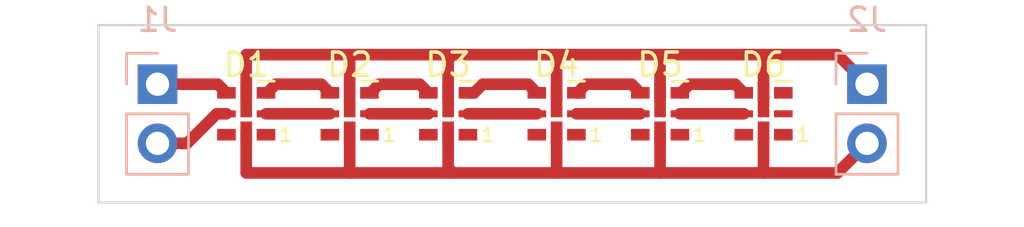
<source format=kicad_pcb>
(kicad_pcb (version 20171130) (host pcbnew 5.1.10)

  (general
    (thickness 1.6)
    (drawings 4)
    (tracks 57)
    (zones 0)
    (modules 8)
    (nets 17)
  )

  (page A4)
  (layers
    (0 F.Cu signal)
    (31 B.Cu signal)
    (32 B.Adhes user)
    (33 F.Adhes user)
    (34 B.Paste user)
    (35 F.Paste user)
    (36 B.SilkS user)
    (37 F.SilkS user)
    (38 B.Mask user)
    (39 F.Mask user)
    (40 Dwgs.User user)
    (41 Cmts.User user)
    (42 Eco1.User user)
    (43 Eco2.User user)
    (44 Edge.Cuts user)
    (45 Margin user)
    (46 B.CrtYd user)
    (47 F.CrtYd user)
    (48 B.Fab user)
    (49 F.Fab user)
  )

  (setup
    (last_trace_width 0.5)
    (user_trace_width 0.5)
    (trace_clearance 0.2)
    (zone_clearance 0.508)
    (zone_45_only no)
    (trace_min 0.2)
    (via_size 0.8)
    (via_drill 0.4)
    (via_min_size 0.4)
    (via_min_drill 0.3)
    (uvia_size 0.3)
    (uvia_drill 0.1)
    (uvias_allowed no)
    (uvia_min_size 0.2)
    (uvia_min_drill 0.1)
    (edge_width 0.05)
    (segment_width 0.2)
    (pcb_text_width 0.3)
    (pcb_text_size 1.5 1.5)
    (mod_edge_width 0.12)
    (mod_text_size 1 1)
    (mod_text_width 0.15)
    (pad_size 1.524 1.524)
    (pad_drill 0.762)
    (pad_to_mask_clearance 0)
    (aux_axis_origin 0 0)
    (visible_elements FFFFFF7F)
    (pcbplotparams
      (layerselection 0x010fc_ffffffff)
      (usegerberextensions false)
      (usegerberattributes true)
      (usegerberadvancedattributes true)
      (creategerberjobfile true)
      (excludeedgelayer true)
      (linewidth 0.100000)
      (plotframeref false)
      (viasonmask false)
      (mode 1)
      (useauxorigin false)
      (hpglpennumber 1)
      (hpglpenspeed 20)
      (hpglpendiameter 15.000000)
      (psnegative false)
      (psa4output false)
      (plotreference true)
      (plotvalue true)
      (plotinvisibletext false)
      (padsonsilk false)
      (subtractmaskfromsilk false)
      (outputformat 1)
      (mirror false)
      (drillshape 1)
      (scaleselection 1)
      (outputdirectory ""))
  )

  (net 0 "")
  (net 1 "Net-(D1-Pad1)")
  (net 2 "Net-(D1-Pad2)")
  (net 3 "Net-(D1-Pad3)")
  (net 4 "Net-(D1-Pad5)")
  (net 5 "Net-(D1-Pad4)")
  (net 6 "Net-(D1-Pad6)")
  (net 7 "Net-(D2-Pad3)")
  (net 8 "Net-(D2-Pad2)")
  (net 9 "Net-(D3-Pad2)")
  (net 10 "Net-(D3-Pad3)")
  (net 11 "Net-(D4-Pad3)")
  (net 12 "Net-(D4-Pad2)")
  (net 13 "Net-(D5-Pad2)")
  (net 14 "Net-(D5-Pad3)")
  (net 15 "Net-(D6-Pad3)")
  (net 16 "Net-(D6-Pad2)")

  (net_class Default "This is the default net class."
    (clearance 0.2)
    (trace_width 0.25)
    (via_dia 0.8)
    (via_drill 0.4)
    (uvia_dia 0.3)
    (uvia_drill 0.1)
    (add_net "Net-(D1-Pad1)")
    (add_net "Net-(D1-Pad2)")
    (add_net "Net-(D1-Pad3)")
    (add_net "Net-(D1-Pad4)")
    (add_net "Net-(D1-Pad5)")
    (add_net "Net-(D1-Pad6)")
    (add_net "Net-(D2-Pad2)")
    (add_net "Net-(D2-Pad3)")
    (add_net "Net-(D3-Pad2)")
    (add_net "Net-(D3-Pad3)")
    (add_net "Net-(D4-Pad2)")
    (add_net "Net-(D4-Pad3)")
    (add_net "Net-(D5-Pad2)")
    (add_net "Net-(D5-Pad3)")
    (add_net "Net-(D6-Pad2)")
    (add_net "Net-(D6-Pad3)")
  )

  (module LED_SMD:LED-APA102-2020 (layer F.Cu) (tedit 5CADBF17) (tstamp 613CF251)
    (at 107.315 56.515 180)
    (descr http://www.led-color.com/upload/201604/APA102-2020%20SMD%20LED.pdf)
    (tags "LED RGB SPI")
    (path /613CEB5E)
    (attr smd)
    (fp_text reference D1 (at 0 2.11) (layer F.SilkS)
      (effects (font (size 1 1) (thickness 0.15)))
    )
    (fp_text value APA102-2020 (at 0 -2) (layer F.Fab)
      (effects (font (size 1 1) (thickness 0.15)))
    )
    (fp_line (start 1.5 1.4) (end 0.5 1.4) (layer F.CrtYd) (width 0.05))
    (fp_line (start -0.5 1.4) (end -1.5 1.4) (layer F.CrtYd) (width 0.05))
    (fp_line (start -1.5 -1.4) (end -0.5 -1.4) (layer F.CrtYd) (width 0.05))
    (fp_line (start 0.5 -1.4) (end 1.5 -1.4) (layer F.CrtYd) (width 0.05))
    (fp_line (start 0.5 -1.58) (end 0.5 -1.4) (layer F.CrtYd) (width 0.05))
    (fp_line (start -0.5 -1.58) (end 0.5 -1.58) (layer F.CrtYd) (width 0.05))
    (fp_line (start -0.5 -1.4) (end -0.5 -1.58) (layer F.CrtYd) (width 0.05))
    (fp_line (start 0.5 1.58) (end 0.5 1.4) (layer F.CrtYd) (width 0.05))
    (fp_line (start -0.5 1.58) (end 0.5 1.58) (layer F.CrtYd) (width 0.05))
    (fp_line (start -0.5 1.4) (end -0.5 1.58) (layer F.CrtYd) (width 0.05))
    (fp_line (start -1.5 -1.4) (end -1.5 1.4) (layer F.CrtYd) (width 0.05))
    (fp_line (start -1 0.5) (end -0.5 1) (layer F.Fab) (width 0.1))
    (fp_line (start -1.2 1.4) (end -0.5 1.4) (layer F.SilkS) (width 0.12))
    (fp_line (start 1.5 -1.4) (end 1.5 1.4) (layer F.CrtYd) (width 0.05))
    (fp_line (start -1 0.5) (end -1 -1) (layer F.Fab) (width 0.1))
    (fp_line (start 1 1) (end -0.5 1) (layer F.Fab) (width 0.1))
    (fp_line (start 1 -1) (end 1 1) (layer F.Fab) (width 0.1))
    (fp_line (start -1 -1) (end 1 -1) (layer F.Fab) (width 0.1))
    (fp_text user %R (at 0 0) (layer F.Fab)
      (effects (font (size 0.3 0.3) (thickness 0.07)))
    )
    (fp_text user 1 (at -1.7 -0.9) (layer F.SilkS)
      (effects (font (size 0.6 0.6) (thickness 0.1)))
    )
    (pad 1 smd rect (at -0.85 -0.9 180) (size 0.8 0.5) (layers F.Cu F.Paste F.Mask)
      (net 1 "Net-(D1-Pad1)"))
    (pad 2 smd rect (at -0.85 0 180) (size 0.8 0.3) (layers F.Cu F.Paste F.Mask)
      (net 2 "Net-(D1-Pad2)"))
    (pad 3 smd rect (at -0.85 0.9 180) (size 0.8 0.5) (layers F.Cu F.Paste F.Mask)
      (net 3 "Net-(D1-Pad3)"))
    (pad 5 smd rect (at 0.85 0 180) (size 0.8 0.3) (layers F.Cu F.Paste F.Mask)
      (net 4 "Net-(D1-Pad5)"))
    (pad 4 smd rect (at 0.85 0.9 180) (size 0.8 0.5) (layers F.Cu F.Paste F.Mask)
      (net 5 "Net-(D1-Pad4)"))
    (pad 6 smd rect (at 0.85 -0.9 180) (size 0.8 0.5) (layers F.Cu F.Paste F.Mask)
      (net 6 "Net-(D1-Pad6)"))
    (pad 1 smd rect (at 0 -0.83 270) (size 1 0.5) (layers F.Cu F.Paste F.Mask)
      (net 1 "Net-(D1-Pad1)"))
    (pad 6 smd rect (at 0 0.59 270) (size 1.48 0.5) (layers F.Cu F.Paste F.Mask)
      (net 6 "Net-(D1-Pad6)"))
    (model ${KISYS3DMOD}/LED_SMD.3dshapes/LED-APA102-2020.wrl
      (at (xyz 0 0 0))
      (scale (xyz 1 1 1))
      (rotate (xyz 0 0 0))
    )
  )

  (module LED_SMD:LED-APA102-2020 (layer F.Cu) (tedit 5CADBF17) (tstamp 613CF271)
    (at 111.76 56.515 180)
    (descr http://www.led-color.com/upload/201604/APA102-2020%20SMD%20LED.pdf)
    (tags "LED RGB SPI")
    (path /613CF117)
    (attr smd)
    (fp_text reference D2 (at 0 2.11) (layer F.SilkS)
      (effects (font (size 1 1) (thickness 0.15)))
    )
    (fp_text value APA102-2020 (at 0 -2) (layer F.Fab)
      (effects (font (size 1 1) (thickness 0.15)))
    )
    (fp_text user 1 (at -1.7 -0.9) (layer F.SilkS)
      (effects (font (size 0.6 0.6) (thickness 0.1)))
    )
    (fp_text user %R (at 0 0) (layer F.Fab)
      (effects (font (size 0.3 0.3) (thickness 0.07)))
    )
    (fp_line (start -1 -1) (end 1 -1) (layer F.Fab) (width 0.1))
    (fp_line (start 1 -1) (end 1 1) (layer F.Fab) (width 0.1))
    (fp_line (start 1 1) (end -0.5 1) (layer F.Fab) (width 0.1))
    (fp_line (start -1 0.5) (end -1 -1) (layer F.Fab) (width 0.1))
    (fp_line (start 1.5 -1.4) (end 1.5 1.4) (layer F.CrtYd) (width 0.05))
    (fp_line (start -1.2 1.4) (end -0.5 1.4) (layer F.SilkS) (width 0.12))
    (fp_line (start -1 0.5) (end -0.5 1) (layer F.Fab) (width 0.1))
    (fp_line (start -1.5 -1.4) (end -1.5 1.4) (layer F.CrtYd) (width 0.05))
    (fp_line (start -0.5 1.4) (end -0.5 1.58) (layer F.CrtYd) (width 0.05))
    (fp_line (start -0.5 1.58) (end 0.5 1.58) (layer F.CrtYd) (width 0.05))
    (fp_line (start 0.5 1.58) (end 0.5 1.4) (layer F.CrtYd) (width 0.05))
    (fp_line (start -0.5 -1.4) (end -0.5 -1.58) (layer F.CrtYd) (width 0.05))
    (fp_line (start -0.5 -1.58) (end 0.5 -1.58) (layer F.CrtYd) (width 0.05))
    (fp_line (start 0.5 -1.58) (end 0.5 -1.4) (layer F.CrtYd) (width 0.05))
    (fp_line (start 0.5 -1.4) (end 1.5 -1.4) (layer F.CrtYd) (width 0.05))
    (fp_line (start -1.5 -1.4) (end -0.5 -1.4) (layer F.CrtYd) (width 0.05))
    (fp_line (start -0.5 1.4) (end -1.5 1.4) (layer F.CrtYd) (width 0.05))
    (fp_line (start 1.5 1.4) (end 0.5 1.4) (layer F.CrtYd) (width 0.05))
    (pad 6 smd rect (at 0 0.59 270) (size 1.48 0.5) (layers F.Cu F.Paste F.Mask)
      (net 6 "Net-(D1-Pad6)"))
    (pad 1 smd rect (at 0 -0.83 270) (size 1 0.5) (layers F.Cu F.Paste F.Mask)
      (net 1 "Net-(D1-Pad1)"))
    (pad 6 smd rect (at 0.85 -0.9 180) (size 0.8 0.5) (layers F.Cu F.Paste F.Mask)
      (net 6 "Net-(D1-Pad6)"))
    (pad 4 smd rect (at 0.85 0.9 180) (size 0.8 0.5) (layers F.Cu F.Paste F.Mask)
      (net 3 "Net-(D1-Pad3)"))
    (pad 5 smd rect (at 0.85 0 180) (size 0.8 0.3) (layers F.Cu F.Paste F.Mask)
      (net 2 "Net-(D1-Pad2)"))
    (pad 3 smd rect (at -0.85 0.9 180) (size 0.8 0.5) (layers F.Cu F.Paste F.Mask)
      (net 7 "Net-(D2-Pad3)"))
    (pad 2 smd rect (at -0.85 0 180) (size 0.8 0.3) (layers F.Cu F.Paste F.Mask)
      (net 8 "Net-(D2-Pad2)"))
    (pad 1 smd rect (at -0.85 -0.9 180) (size 0.8 0.5) (layers F.Cu F.Paste F.Mask)
      (net 1 "Net-(D1-Pad1)"))
    (model ${KISYS3DMOD}/LED_SMD.3dshapes/LED-APA102-2020.wrl
      (at (xyz 0 0 0))
      (scale (xyz 1 1 1))
      (rotate (xyz 0 0 0))
    )
  )

  (module LED_SMD:LED-APA102-2020 (layer F.Cu) (tedit 5CADBF17) (tstamp 613CF291)
    (at 115.99 56.515 180)
    (descr http://www.led-color.com/upload/201604/APA102-2020%20SMD%20LED.pdf)
    (tags "LED RGB SPI")
    (path /613D006F)
    (attr smd)
    (fp_text reference D3 (at 0 2.11) (layer F.SilkS)
      (effects (font (size 1 1) (thickness 0.15)))
    )
    (fp_text value APA102-2020 (at 0 -2) (layer F.Fab)
      (effects (font (size 1 1) (thickness 0.15)))
    )
    (fp_line (start 1.5 1.4) (end 0.5 1.4) (layer F.CrtYd) (width 0.05))
    (fp_line (start -0.5 1.4) (end -1.5 1.4) (layer F.CrtYd) (width 0.05))
    (fp_line (start -1.5 -1.4) (end -0.5 -1.4) (layer F.CrtYd) (width 0.05))
    (fp_line (start 0.5 -1.4) (end 1.5 -1.4) (layer F.CrtYd) (width 0.05))
    (fp_line (start 0.5 -1.58) (end 0.5 -1.4) (layer F.CrtYd) (width 0.05))
    (fp_line (start -0.5 -1.58) (end 0.5 -1.58) (layer F.CrtYd) (width 0.05))
    (fp_line (start -0.5 -1.4) (end -0.5 -1.58) (layer F.CrtYd) (width 0.05))
    (fp_line (start 0.5 1.58) (end 0.5 1.4) (layer F.CrtYd) (width 0.05))
    (fp_line (start -0.5 1.58) (end 0.5 1.58) (layer F.CrtYd) (width 0.05))
    (fp_line (start -0.5 1.4) (end -0.5 1.58) (layer F.CrtYd) (width 0.05))
    (fp_line (start -1.5 -1.4) (end -1.5 1.4) (layer F.CrtYd) (width 0.05))
    (fp_line (start -1 0.5) (end -0.5 1) (layer F.Fab) (width 0.1))
    (fp_line (start -1.2 1.4) (end -0.5 1.4) (layer F.SilkS) (width 0.12))
    (fp_line (start 1.5 -1.4) (end 1.5 1.4) (layer F.CrtYd) (width 0.05))
    (fp_line (start -1 0.5) (end -1 -1) (layer F.Fab) (width 0.1))
    (fp_line (start 1 1) (end -0.5 1) (layer F.Fab) (width 0.1))
    (fp_line (start 1 -1) (end 1 1) (layer F.Fab) (width 0.1))
    (fp_line (start -1 -1) (end 1 -1) (layer F.Fab) (width 0.1))
    (fp_text user %R (at 0 0) (layer F.Fab)
      (effects (font (size 0.3 0.3) (thickness 0.07)))
    )
    (fp_text user 1 (at -1.7 -0.9) (layer F.SilkS)
      (effects (font (size 0.6 0.6) (thickness 0.1)))
    )
    (pad 1 smd rect (at -0.85 -0.9 180) (size 0.8 0.5) (layers F.Cu F.Paste F.Mask)
      (net 1 "Net-(D1-Pad1)"))
    (pad 2 smd rect (at -0.85 0 180) (size 0.8 0.3) (layers F.Cu F.Paste F.Mask)
      (net 9 "Net-(D3-Pad2)"))
    (pad 3 smd rect (at -0.85 0.9 180) (size 0.8 0.5) (layers F.Cu F.Paste F.Mask)
      (net 10 "Net-(D3-Pad3)"))
    (pad 5 smd rect (at 0.85 0 180) (size 0.8 0.3) (layers F.Cu F.Paste F.Mask)
      (net 8 "Net-(D2-Pad2)"))
    (pad 4 smd rect (at 0.85 0.9 180) (size 0.8 0.5) (layers F.Cu F.Paste F.Mask)
      (net 7 "Net-(D2-Pad3)"))
    (pad 6 smd rect (at 0.85 -0.9 180) (size 0.8 0.5) (layers F.Cu F.Paste F.Mask)
      (net 6 "Net-(D1-Pad6)"))
    (pad 1 smd rect (at 0 -0.83 270) (size 1 0.5) (layers F.Cu F.Paste F.Mask)
      (net 1 "Net-(D1-Pad1)"))
    (pad 6 smd rect (at 0 0.59 270) (size 1.48 0.5) (layers F.Cu F.Paste F.Mask)
      (net 6 "Net-(D1-Pad6)"))
    (model ${KISYS3DMOD}/LED_SMD.3dshapes/LED-APA102-2020.wrl
      (at (xyz 0 0 0))
      (scale (xyz 1 1 1))
      (rotate (xyz 0 0 0))
    )
  )

  (module LED_SMD:LED-APA102-2020 (layer F.Cu) (tedit 5CADBF17) (tstamp 613CF2B1)
    (at 120.65 56.515 180)
    (descr http://www.led-color.com/upload/201604/APA102-2020%20SMD%20LED.pdf)
    (tags "LED RGB SPI")
    (path /613D076C)
    (attr smd)
    (fp_text reference D4 (at 0 2.11) (layer F.SilkS)
      (effects (font (size 1 1) (thickness 0.15)))
    )
    (fp_text value APA102-2020 (at 0 -2) (layer F.Fab)
      (effects (font (size 1 1) (thickness 0.15)))
    )
    (fp_text user 1 (at -1.7 -0.9) (layer F.SilkS)
      (effects (font (size 0.6 0.6) (thickness 0.1)))
    )
    (fp_text user %R (at 0 0) (layer F.Fab)
      (effects (font (size 0.3 0.3) (thickness 0.07)))
    )
    (fp_line (start -1 -1) (end 1 -1) (layer F.Fab) (width 0.1))
    (fp_line (start 1 -1) (end 1 1) (layer F.Fab) (width 0.1))
    (fp_line (start 1 1) (end -0.5 1) (layer F.Fab) (width 0.1))
    (fp_line (start -1 0.5) (end -1 -1) (layer F.Fab) (width 0.1))
    (fp_line (start 1.5 -1.4) (end 1.5 1.4) (layer F.CrtYd) (width 0.05))
    (fp_line (start -1.2 1.4) (end -0.5 1.4) (layer F.SilkS) (width 0.12))
    (fp_line (start -1 0.5) (end -0.5 1) (layer F.Fab) (width 0.1))
    (fp_line (start -1.5 -1.4) (end -1.5 1.4) (layer F.CrtYd) (width 0.05))
    (fp_line (start -0.5 1.4) (end -0.5 1.58) (layer F.CrtYd) (width 0.05))
    (fp_line (start -0.5 1.58) (end 0.5 1.58) (layer F.CrtYd) (width 0.05))
    (fp_line (start 0.5 1.58) (end 0.5 1.4) (layer F.CrtYd) (width 0.05))
    (fp_line (start -0.5 -1.4) (end -0.5 -1.58) (layer F.CrtYd) (width 0.05))
    (fp_line (start -0.5 -1.58) (end 0.5 -1.58) (layer F.CrtYd) (width 0.05))
    (fp_line (start 0.5 -1.58) (end 0.5 -1.4) (layer F.CrtYd) (width 0.05))
    (fp_line (start 0.5 -1.4) (end 1.5 -1.4) (layer F.CrtYd) (width 0.05))
    (fp_line (start -1.5 -1.4) (end -0.5 -1.4) (layer F.CrtYd) (width 0.05))
    (fp_line (start -0.5 1.4) (end -1.5 1.4) (layer F.CrtYd) (width 0.05))
    (fp_line (start 1.5 1.4) (end 0.5 1.4) (layer F.CrtYd) (width 0.05))
    (pad 6 smd rect (at 0 0.59 270) (size 1.48 0.5) (layers F.Cu F.Paste F.Mask)
      (net 6 "Net-(D1-Pad6)"))
    (pad 1 smd rect (at 0 -0.83 270) (size 1 0.5) (layers F.Cu F.Paste F.Mask)
      (net 1 "Net-(D1-Pad1)"))
    (pad 6 smd rect (at 0.85 -0.9 180) (size 0.8 0.5) (layers F.Cu F.Paste F.Mask)
      (net 6 "Net-(D1-Pad6)"))
    (pad 4 smd rect (at 0.85 0.9 180) (size 0.8 0.5) (layers F.Cu F.Paste F.Mask)
      (net 10 "Net-(D3-Pad3)"))
    (pad 5 smd rect (at 0.85 0 180) (size 0.8 0.3) (layers F.Cu F.Paste F.Mask)
      (net 9 "Net-(D3-Pad2)"))
    (pad 3 smd rect (at -0.85 0.9 180) (size 0.8 0.5) (layers F.Cu F.Paste F.Mask)
      (net 11 "Net-(D4-Pad3)"))
    (pad 2 smd rect (at -0.85 0 180) (size 0.8 0.3) (layers F.Cu F.Paste F.Mask)
      (net 12 "Net-(D4-Pad2)"))
    (pad 1 smd rect (at -0.85 -0.9 180) (size 0.8 0.5) (layers F.Cu F.Paste F.Mask)
      (net 1 "Net-(D1-Pad1)"))
    (model ${KISYS3DMOD}/LED_SMD.3dshapes/LED-APA102-2020.wrl
      (at (xyz 0 0 0))
      (scale (xyz 1 1 1))
      (rotate (xyz 0 0 0))
    )
  )

  (module LED_SMD:LED-APA102-2020 (layer F.Cu) (tedit 5CADBF17) (tstamp 613CF2D1)
    (at 125.095 56.515 180)
    (descr http://www.led-color.com/upload/201604/APA102-2020%20SMD%20LED.pdf)
    (tags "LED RGB SPI")
    (path /613D1717)
    (attr smd)
    (fp_text reference D5 (at 0 2.11) (layer F.SilkS)
      (effects (font (size 1 1) (thickness 0.15)))
    )
    (fp_text value APA102-2020 (at 0 -2) (layer F.Fab)
      (effects (font (size 1 1) (thickness 0.15)))
    )
    (fp_line (start 1.5 1.4) (end 0.5 1.4) (layer F.CrtYd) (width 0.05))
    (fp_line (start -0.5 1.4) (end -1.5 1.4) (layer F.CrtYd) (width 0.05))
    (fp_line (start -1.5 -1.4) (end -0.5 -1.4) (layer F.CrtYd) (width 0.05))
    (fp_line (start 0.5 -1.4) (end 1.5 -1.4) (layer F.CrtYd) (width 0.05))
    (fp_line (start 0.5 -1.58) (end 0.5 -1.4) (layer F.CrtYd) (width 0.05))
    (fp_line (start -0.5 -1.58) (end 0.5 -1.58) (layer F.CrtYd) (width 0.05))
    (fp_line (start -0.5 -1.4) (end -0.5 -1.58) (layer F.CrtYd) (width 0.05))
    (fp_line (start 0.5 1.58) (end 0.5 1.4) (layer F.CrtYd) (width 0.05))
    (fp_line (start -0.5 1.58) (end 0.5 1.58) (layer F.CrtYd) (width 0.05))
    (fp_line (start -0.5 1.4) (end -0.5 1.58) (layer F.CrtYd) (width 0.05))
    (fp_line (start -1.5 -1.4) (end -1.5 1.4) (layer F.CrtYd) (width 0.05))
    (fp_line (start -1 0.5) (end -0.5 1) (layer F.Fab) (width 0.1))
    (fp_line (start -1.2 1.4) (end -0.5 1.4) (layer F.SilkS) (width 0.12))
    (fp_line (start 1.5 -1.4) (end 1.5 1.4) (layer F.CrtYd) (width 0.05))
    (fp_line (start -1 0.5) (end -1 -1) (layer F.Fab) (width 0.1))
    (fp_line (start 1 1) (end -0.5 1) (layer F.Fab) (width 0.1))
    (fp_line (start 1 -1) (end 1 1) (layer F.Fab) (width 0.1))
    (fp_line (start -1 -1) (end 1 -1) (layer F.Fab) (width 0.1))
    (fp_text user %R (at 0 0) (layer F.Fab)
      (effects (font (size 0.3 0.3) (thickness 0.07)))
    )
    (fp_text user 1 (at -1.7 -0.9) (layer F.SilkS)
      (effects (font (size 0.6 0.6) (thickness 0.1)))
    )
    (pad 1 smd rect (at -0.85 -0.9 180) (size 0.8 0.5) (layers F.Cu F.Paste F.Mask)
      (net 1 "Net-(D1-Pad1)"))
    (pad 2 smd rect (at -0.85 0 180) (size 0.8 0.3) (layers F.Cu F.Paste F.Mask)
      (net 13 "Net-(D5-Pad2)"))
    (pad 3 smd rect (at -0.85 0.9 180) (size 0.8 0.5) (layers F.Cu F.Paste F.Mask)
      (net 14 "Net-(D5-Pad3)"))
    (pad 5 smd rect (at 0.85 0 180) (size 0.8 0.3) (layers F.Cu F.Paste F.Mask)
      (net 12 "Net-(D4-Pad2)"))
    (pad 4 smd rect (at 0.85 0.9 180) (size 0.8 0.5) (layers F.Cu F.Paste F.Mask)
      (net 11 "Net-(D4-Pad3)"))
    (pad 6 smd rect (at 0.85 -0.9 180) (size 0.8 0.5) (layers F.Cu F.Paste F.Mask)
      (net 6 "Net-(D1-Pad6)"))
    (pad 1 smd rect (at 0 -0.83 270) (size 1 0.5) (layers F.Cu F.Paste F.Mask)
      (net 1 "Net-(D1-Pad1)"))
    (pad 6 smd rect (at 0 0.59 270) (size 1.48 0.5) (layers F.Cu F.Paste F.Mask)
      (net 6 "Net-(D1-Pad6)"))
    (model ${KISYS3DMOD}/LED_SMD.3dshapes/LED-APA102-2020.wrl
      (at (xyz 0 0 0))
      (scale (xyz 1 1 1))
      (rotate (xyz 0 0 0))
    )
  )

  (module LED_SMD:LED-APA102-2020 (layer F.Cu) (tedit 5CADBF17) (tstamp 613CF2F1)
    (at 129.54 56.515 180)
    (descr http://www.led-color.com/upload/201604/APA102-2020%20SMD%20LED.pdf)
    (tags "LED RGB SPI")
    (path /613D2259)
    (attr smd)
    (fp_text reference D6 (at 0 2.11) (layer F.SilkS)
      (effects (font (size 1 1) (thickness 0.15)))
    )
    (fp_text value APA102-2020 (at 0 -2) (layer F.Fab)
      (effects (font (size 1 1) (thickness 0.15)))
    )
    (fp_text user 1 (at -1.7 -0.9) (layer F.SilkS)
      (effects (font (size 0.6 0.6) (thickness 0.1)))
    )
    (fp_text user %R (at 0 0) (layer F.Fab)
      (effects (font (size 0.3 0.3) (thickness 0.07)))
    )
    (fp_line (start -1 -1) (end 1 -1) (layer F.Fab) (width 0.1))
    (fp_line (start 1 -1) (end 1 1) (layer F.Fab) (width 0.1))
    (fp_line (start 1 1) (end -0.5 1) (layer F.Fab) (width 0.1))
    (fp_line (start -1 0.5) (end -1 -1) (layer F.Fab) (width 0.1))
    (fp_line (start 1.5 -1.4) (end 1.5 1.4) (layer F.CrtYd) (width 0.05))
    (fp_line (start -1.2 1.4) (end -0.5 1.4) (layer F.SilkS) (width 0.12))
    (fp_line (start -1 0.5) (end -0.5 1) (layer F.Fab) (width 0.1))
    (fp_line (start -1.5 -1.4) (end -1.5 1.4) (layer F.CrtYd) (width 0.05))
    (fp_line (start -0.5 1.4) (end -0.5 1.58) (layer F.CrtYd) (width 0.05))
    (fp_line (start -0.5 1.58) (end 0.5 1.58) (layer F.CrtYd) (width 0.05))
    (fp_line (start 0.5 1.58) (end 0.5 1.4) (layer F.CrtYd) (width 0.05))
    (fp_line (start -0.5 -1.4) (end -0.5 -1.58) (layer F.CrtYd) (width 0.05))
    (fp_line (start -0.5 -1.58) (end 0.5 -1.58) (layer F.CrtYd) (width 0.05))
    (fp_line (start 0.5 -1.58) (end 0.5 -1.4) (layer F.CrtYd) (width 0.05))
    (fp_line (start 0.5 -1.4) (end 1.5 -1.4) (layer F.CrtYd) (width 0.05))
    (fp_line (start -1.5 -1.4) (end -0.5 -1.4) (layer F.CrtYd) (width 0.05))
    (fp_line (start -0.5 1.4) (end -1.5 1.4) (layer F.CrtYd) (width 0.05))
    (fp_line (start 1.5 1.4) (end 0.5 1.4) (layer F.CrtYd) (width 0.05))
    (pad 6 smd rect (at 0 0.59 270) (size 1.48 0.5) (layers F.Cu F.Paste F.Mask)
      (net 6 "Net-(D1-Pad6)"))
    (pad 1 smd rect (at 0 -0.83 270) (size 1 0.5) (layers F.Cu F.Paste F.Mask)
      (net 1 "Net-(D1-Pad1)"))
    (pad 6 smd rect (at 0.85 -0.9 180) (size 0.8 0.5) (layers F.Cu F.Paste F.Mask)
      (net 6 "Net-(D1-Pad6)"))
    (pad 4 smd rect (at 0.85 0.9 180) (size 0.8 0.5) (layers F.Cu F.Paste F.Mask)
      (net 14 "Net-(D5-Pad3)"))
    (pad 5 smd rect (at 0.85 0 180) (size 0.8 0.3) (layers F.Cu F.Paste F.Mask)
      (net 13 "Net-(D5-Pad2)"))
    (pad 3 smd rect (at -0.85 0.9 180) (size 0.8 0.5) (layers F.Cu F.Paste F.Mask)
      (net 15 "Net-(D6-Pad3)"))
    (pad 2 smd rect (at -0.85 0 180) (size 0.8 0.3) (layers F.Cu F.Paste F.Mask)
      (net 16 "Net-(D6-Pad2)"))
    (pad 1 smd rect (at -0.85 -0.9 180) (size 0.8 0.5) (layers F.Cu F.Paste F.Mask)
      (net 1 "Net-(D1-Pad1)"))
    (model ${KISYS3DMOD}/LED_SMD.3dshapes/LED-APA102-2020.wrl
      (at (xyz 0 0 0))
      (scale (xyz 1 1 1))
      (rotate (xyz 0 0 0))
    )
  )

  (module Connector_PinSocket_2.54mm:PinSocket_1x02_P2.54mm_Vertical (layer B.Cu) (tedit 5A19A420) (tstamp 613CF307)
    (at 103.505 55.245 180)
    (descr "Through hole straight socket strip, 1x02, 2.54mm pitch, single row (from Kicad 4.0.7), script generated")
    (tags "Through hole socket strip THT 1x02 2.54mm single row")
    (path /613DDCC9)
    (fp_text reference J1 (at 0 2.77) (layer B.SilkS)
      (effects (font (size 1 1) (thickness 0.15)) (justify mirror))
    )
    (fp_text value Conn_01x02_Male (at 0 -5.31) (layer B.Fab)
      (effects (font (size 1 1) (thickness 0.15)) (justify mirror))
    )
    (fp_line (start -1.8 -4.3) (end -1.8 1.8) (layer B.CrtYd) (width 0.05))
    (fp_line (start 1.75 -4.3) (end -1.8 -4.3) (layer B.CrtYd) (width 0.05))
    (fp_line (start 1.75 1.8) (end 1.75 -4.3) (layer B.CrtYd) (width 0.05))
    (fp_line (start -1.8 1.8) (end 1.75 1.8) (layer B.CrtYd) (width 0.05))
    (fp_line (start 0 1.33) (end 1.33 1.33) (layer B.SilkS) (width 0.12))
    (fp_line (start 1.33 1.33) (end 1.33 0) (layer B.SilkS) (width 0.12))
    (fp_line (start 1.33 -1.27) (end 1.33 -3.87) (layer B.SilkS) (width 0.12))
    (fp_line (start -1.33 -3.87) (end 1.33 -3.87) (layer B.SilkS) (width 0.12))
    (fp_line (start -1.33 -1.27) (end -1.33 -3.87) (layer B.SilkS) (width 0.12))
    (fp_line (start -1.33 -1.27) (end 1.33 -1.27) (layer B.SilkS) (width 0.12))
    (fp_line (start -1.27 -3.81) (end -1.27 1.27) (layer B.Fab) (width 0.1))
    (fp_line (start 1.27 -3.81) (end -1.27 -3.81) (layer B.Fab) (width 0.1))
    (fp_line (start 1.27 0.635) (end 1.27 -3.81) (layer B.Fab) (width 0.1))
    (fp_line (start 0.635 1.27) (end 1.27 0.635) (layer B.Fab) (width 0.1))
    (fp_line (start -1.27 1.27) (end 0.635 1.27) (layer B.Fab) (width 0.1))
    (fp_text user %R (at 0 -1.27 270) (layer B.Fab)
      (effects (font (size 1 1) (thickness 0.15)) (justify mirror))
    )
    (pad 1 thru_hole rect (at 0 0 180) (size 1.7 1.7) (drill 1) (layers *.Cu *.Mask)
      (net 5 "Net-(D1-Pad4)"))
    (pad 2 thru_hole oval (at 0 -2.54 180) (size 1.7 1.7) (drill 1) (layers *.Cu *.Mask)
      (net 4 "Net-(D1-Pad5)"))
    (model ${KISYS3DMOD}/Connector_PinSocket_2.54mm.3dshapes/PinSocket_1x02_P2.54mm_Vertical.wrl
      (at (xyz 0 0 0))
      (scale (xyz 1 1 1))
      (rotate (xyz 0 0 0))
    )
  )

  (module Connector_PinSocket_2.54mm:PinSocket_1x02_P2.54mm_Vertical (layer B.Cu) (tedit 5A19A420) (tstamp 613CF31D)
    (at 133.985 55.245 180)
    (descr "Through hole straight socket strip, 1x02, 2.54mm pitch, single row (from Kicad 4.0.7), script generated")
    (tags "Through hole socket strip THT 1x02 2.54mm single row")
    (path /613DEB1C)
    (fp_text reference J2 (at 0 2.77) (layer B.SilkS)
      (effects (font (size 1 1) (thickness 0.15)) (justify mirror))
    )
    (fp_text value Conn_01x02_Male (at 0 -5.31) (layer B.Fab)
      (effects (font (size 1 1) (thickness 0.15)) (justify mirror))
    )
    (fp_text user %R (at 0 -1.27 270) (layer B.Fab)
      (effects (font (size 1 1) (thickness 0.15)) (justify mirror))
    )
    (fp_line (start -1.27 1.27) (end 0.635 1.27) (layer B.Fab) (width 0.1))
    (fp_line (start 0.635 1.27) (end 1.27 0.635) (layer B.Fab) (width 0.1))
    (fp_line (start 1.27 0.635) (end 1.27 -3.81) (layer B.Fab) (width 0.1))
    (fp_line (start 1.27 -3.81) (end -1.27 -3.81) (layer B.Fab) (width 0.1))
    (fp_line (start -1.27 -3.81) (end -1.27 1.27) (layer B.Fab) (width 0.1))
    (fp_line (start -1.33 -1.27) (end 1.33 -1.27) (layer B.SilkS) (width 0.12))
    (fp_line (start -1.33 -1.27) (end -1.33 -3.87) (layer B.SilkS) (width 0.12))
    (fp_line (start -1.33 -3.87) (end 1.33 -3.87) (layer B.SilkS) (width 0.12))
    (fp_line (start 1.33 -1.27) (end 1.33 -3.87) (layer B.SilkS) (width 0.12))
    (fp_line (start 1.33 1.33) (end 1.33 0) (layer B.SilkS) (width 0.12))
    (fp_line (start 0 1.33) (end 1.33 1.33) (layer B.SilkS) (width 0.12))
    (fp_line (start -1.8 1.8) (end 1.75 1.8) (layer B.CrtYd) (width 0.05))
    (fp_line (start 1.75 1.8) (end 1.75 -4.3) (layer B.CrtYd) (width 0.05))
    (fp_line (start 1.75 -4.3) (end -1.8 -4.3) (layer B.CrtYd) (width 0.05))
    (fp_line (start -1.8 -4.3) (end -1.8 1.8) (layer B.CrtYd) (width 0.05))
    (pad 2 thru_hole oval (at 0 -2.54 180) (size 1.7 1.7) (drill 1) (layers *.Cu *.Mask)
      (net 1 "Net-(D1-Pad1)"))
    (pad 1 thru_hole rect (at 0 0 180) (size 1.7 1.7) (drill 1) (layers *.Cu *.Mask)
      (net 6 "Net-(D1-Pad6)"))
    (model ${KISYS3DMOD}/Connector_PinSocket_2.54mm.3dshapes/PinSocket_1x02_P2.54mm_Vertical.wrl
      (at (xyz 0 0 0))
      (scale (xyz 1 1 1))
      (rotate (xyz 0 0 0))
    )
  )

  (gr_line (start 136.525 52.705) (end 136.525 60.325) (layer Edge.Cuts) (width 0.1))
  (gr_line (start 100.965 52.705) (end 136.525 52.705) (layer Edge.Cuts) (width 0.1))
  (gr_line (start 100.965 60.325) (end 100.965 52.705) (layer Edge.Cuts) (width 0.1))
  (gr_line (start 136.525 60.325) (end 100.965 60.325) (layer Edge.Cuts) (width 0.1))

  (segment (start 107.315 57.345) (end 107.315 59.055) (width 0.5) (layer F.Cu) (net 1))
  (segment (start 132.715 59.055) (end 133.35 58.42) (width 0.5) (layer F.Cu) (net 1))
  (segment (start 111.76 57.345) (end 111.76 59.055) (width 0.5) (layer F.Cu) (net 1))
  (segment (start 107.315 59.055) (end 111.76 59.055) (width 0.5) (layer F.Cu) (net 1))
  (segment (start 115.99 58.84) (end 116.205 59.055) (width 0.5) (layer F.Cu) (net 1))
  (segment (start 115.99 57.345) (end 115.99 58.84) (width 0.5) (layer F.Cu) (net 1))
  (segment (start 111.76 59.055) (end 116.205 59.055) (width 0.5) (layer F.Cu) (net 1))
  (segment (start 120.65 57.345) (end 120.65 59.055) (width 0.5) (layer F.Cu) (net 1))
  (segment (start 116.205 59.055) (end 120.65 59.055) (width 0.5) (layer F.Cu) (net 1))
  (segment (start 125.095 57.345) (end 125.095 59.055) (width 0.5) (layer F.Cu) (net 1))
  (segment (start 120.65 59.055) (end 125.095 59.055) (width 0.5) (layer F.Cu) (net 1))
  (segment (start 129.54 57.345) (end 129.54 59.055) (width 0.5) (layer F.Cu) (net 1))
  (segment (start 129.54 59.055) (end 132.715 59.055) (width 0.5) (layer F.Cu) (net 1))
  (segment (start 125.095 59.055) (end 129.54 59.055) (width 0.5) (layer F.Cu) (net 1))
  (segment (start 108.165 56.515) (end 110.91 56.515) (width 0.5) (layer F.Cu) (net 2))
  (segment (start 108.165 55.615) (end 108.215 55.615) (width 0.5) (layer F.Cu) (net 3))
  (segment (start 108.215 55.615) (end 108.585 55.245) (width 0.5) (layer F.Cu) (net 3))
  (segment (start 110.54 55.245) (end 110.91 55.615) (width 0.5) (layer F.Cu) (net 3))
  (segment (start 108.585 55.245) (end 110.54 55.245) (width 0.5) (layer F.Cu) (net 3))
  (segment (start 103.505 57.785) (end 104.775 57.785) (width 0.5) (layer F.Cu) (net 4))
  (segment (start 106.045 56.515) (end 106.465 56.515) (width 0.5) (layer F.Cu) (net 4))
  (segment (start 104.775 57.785) (end 106.045 56.515) (width 0.5) (layer F.Cu) (net 4))
  (segment (start 106.095 55.245) (end 106.465 55.615) (width 0.5) (layer F.Cu) (net 5))
  (segment (start 103.505 55.245) (end 106.095 55.245) (width 0.5) (layer F.Cu) (net 5))
  (segment (start 107.315 55.925) (end 107.315 53.975) (width 0.5) (layer F.Cu) (net 6))
  (segment (start 129.54 55.925) (end 129.54 53.975) (width 0.5) (layer F.Cu) (net 6))
  (segment (start 125.095 55.925) (end 125.095 53.975) (width 0.5) (layer F.Cu) (net 6))
  (segment (start 120.65 55.925) (end 120.65 53.975) (width 0.5) (layer F.Cu) (net 6))
  (segment (start 120.65 53.975) (end 129.54 53.975) (width 0.5) (layer F.Cu) (net 6))
  (segment (start 115.99 54.19) (end 116.205 53.975) (width 0.5) (layer F.Cu) (net 6))
  (segment (start 115.99 55.925) (end 115.99 54.19) (width 0.5) (layer F.Cu) (net 6))
  (segment (start 116.205 53.975) (end 120.65 53.975) (width 0.5) (layer F.Cu) (net 6))
  (segment (start 111.76 55.925) (end 111.76 53.975) (width 0.5) (layer F.Cu) (net 6))
  (segment (start 111.76 53.975) (end 116.205 53.975) (width 0.5) (layer F.Cu) (net 6))
  (segment (start 107.315 53.975) (end 111.76 53.975) (width 0.5) (layer F.Cu) (net 6))
  (segment (start 132.715 53.975) (end 133.985 55.245) (width 0.5) (layer F.Cu) (net 6))
  (segment (start 129.54 53.975) (end 132.715 53.975) (width 0.5) (layer F.Cu) (net 6))
  (segment (start 112.61 55.615) (end 112.66 55.615) (width 0.5) (layer F.Cu) (net 7))
  (segment (start 112.66 55.615) (end 113.03 55.245) (width 0.5) (layer F.Cu) (net 7))
  (segment (start 114.77 55.245) (end 115.14 55.615) (width 0.5) (layer F.Cu) (net 7))
  (segment (start 113.03 55.245) (end 114.77 55.245) (width 0.5) (layer F.Cu) (net 7))
  (segment (start 112.61 56.515) (end 115.14 56.515) (width 0.5) (layer F.Cu) (net 8))
  (segment (start 116.84 56.515) (end 119.8 56.515) (width 0.5) (layer F.Cu) (net 9))
  (segment (start 119.43 55.245) (end 119.8 55.615) (width 0.5) (layer F.Cu) (net 10))
  (segment (start 117.475 55.245) (end 119.43 55.245) (width 0.5) (layer F.Cu) (net 10))
  (segment (start 117.105 55.615) (end 117.475 55.245) (width 0.5) (layer F.Cu) (net 10))
  (segment (start 116.84 55.615) (end 117.105 55.615) (width 0.5) (layer F.Cu) (net 10))
  (segment (start 123.875 55.245) (end 124.245 55.615) (width 0.5) (layer F.Cu) (net 11))
  (segment (start 121.92 55.245) (end 123.875 55.245) (width 0.5) (layer F.Cu) (net 11))
  (segment (start 121.55 55.615) (end 121.92 55.245) (width 0.5) (layer F.Cu) (net 11))
  (segment (start 121.5 55.615) (end 121.55 55.615) (width 0.5) (layer F.Cu) (net 11))
  (segment (start 121.5 56.515) (end 124.245 56.515) (width 0.5) (layer F.Cu) (net 12))
  (segment (start 125.945 56.515) (end 128.69 56.515) (width 0.5) (layer F.Cu) (net 13))
  (segment (start 128.32 55.245) (end 128.69 55.615) (width 0.5) (layer F.Cu) (net 14))
  (segment (start 126.365 55.245) (end 128.32 55.245) (width 0.5) (layer F.Cu) (net 14))
  (segment (start 125.995 55.615) (end 126.365 55.245) (width 0.5) (layer F.Cu) (net 14))
  (segment (start 125.945 55.615) (end 125.995 55.615) (width 0.5) (layer F.Cu) (net 14))

)

</source>
